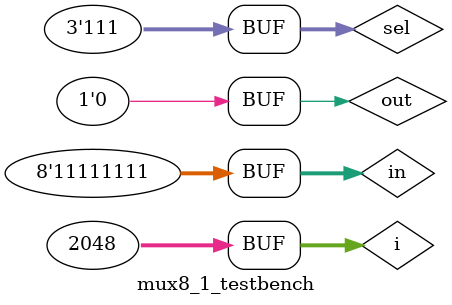
<source format=sv>
`timescale 1ns/10ps
module mux8_1(out, in, sel);
		output logic out;
		input logic [7:0] in;
		input logic [2:0] sel;

		logic [1:0]v;
		
		mux4_1 m0(.out(v[0]), .in(in[3:0]), .sel(sel[1:0]));
		mux4_1 m1(.out(v[1]), .in(in[7:4]), .sel(sel[1:0]));
		mux2_1 m (.out(out), .in(v[1:0]), .sel(sel[2]));
endmodule

module mux8_1_testbench();
		logic [7:0]in; 
		logic [2:0]sel;
		logic out;
		
		mux8_1 dut (.out, .in, .sel);
		
		integer i;
		initial begin
			in <= 0;
			sel <= 0;
			out <=0;
			for(i=0; i<2048; i++) begin
					{sel[2:0], in[7:0]} = i; #10;
			end
		end
endmodule

</source>
